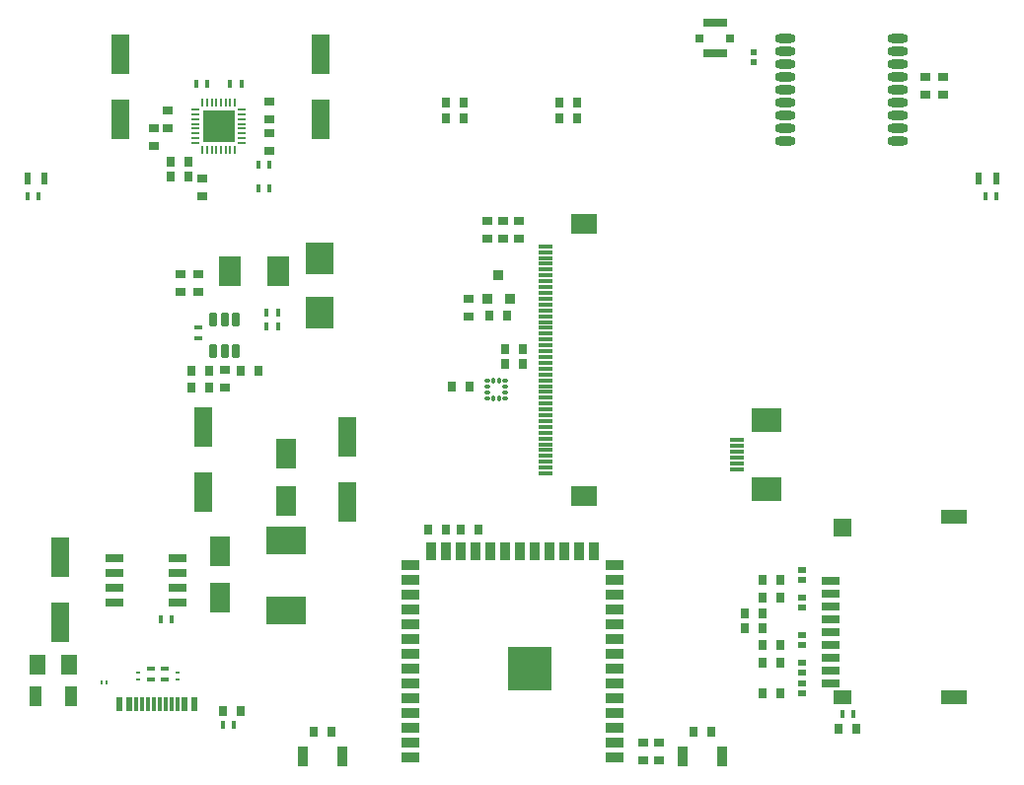
<source format=gtp>
G04*
G04 #@! TF.GenerationSoftware,Altium Limited,Altium Designer,23.6.0 (18)*
G04*
G04 Layer_Color=8421504*
%FSLAX25Y25*%
%MOIN*%
G70*
G04*
G04 #@! TF.SameCoordinates,B1711246-A666-457E-9349-3D56B44E1F9A*
G04*
G04*
G04 #@! TF.FilePolarity,Positive*
G04*
G01*
G75*
%ADD34R,0.00906X0.01221*%
%ADD35R,0.04173X0.07165*%
%ADD36R,0.04921X0.01181*%
%ADD37R,0.09843X0.07874*%
%ADD38O,0.07087X0.03150*%
%ADD39R,0.02362X0.02126*%
%ADD40R,0.00787X0.03150*%
%ADD41R,0.03150X0.00787*%
%ADD42R,0.10630X0.10630*%
G04:AMPARAMS|DCode=43|XSize=17.72mil|YSize=13.78mil|CornerRadius=2.07mil|HoleSize=0mil|Usage=FLASHONLY|Rotation=0.000|XOffset=0mil|YOffset=0mil|HoleType=Round|Shape=RoundedRectangle|*
%AMROUNDEDRECTD43*
21,1,0.01772,0.00965,0,0,0.0*
21,1,0.01358,0.01378,0,0,0.0*
1,1,0.00413,0.00679,-0.00482*
1,1,0.00413,-0.00679,-0.00482*
1,1,0.00413,-0.00679,0.00482*
1,1,0.00413,0.00679,0.00482*
%
%ADD43ROUNDEDRECTD43*%
G04:AMPARAMS|DCode=44|XSize=17.72mil|YSize=13.78mil|CornerRadius=2.07mil|HoleSize=0mil|Usage=FLASHONLY|Rotation=90.000|XOffset=0mil|YOffset=0mil|HoleType=Round|Shape=RoundedRectangle|*
%AMROUNDEDRECTD44*
21,1,0.01772,0.00965,0,0,90.0*
21,1,0.01358,0.01378,0,0,90.0*
1,1,0.00413,0.00482,0.00679*
1,1,0.00413,0.00482,-0.00679*
1,1,0.00413,-0.00482,-0.00679*
1,1,0.00413,-0.00482,0.00679*
%
%ADD44ROUNDEDRECTD44*%
%ADD45R,0.01800X0.02500*%
%ADD46R,0.06299X0.13780*%
%ADD47R,0.03500X0.03000*%
%ADD48R,0.13780X0.09252*%
%ADD49R,0.03000X0.03500*%
%ADD50R,0.03228X0.03622*%
%ADD51R,0.05512X0.07165*%
%ADD52R,0.07874X0.03150*%
%ADD53R,0.03150X0.03150*%
%ADD54R,0.03150X0.03150*%
%ADD55R,0.06693X0.09843*%
%ADD56R,0.05906X0.02559*%
%ADD57R,0.01457X0.01063*%
%ADD58R,0.02500X0.01800*%
%ADD59R,0.01181X0.04724*%
%ADD60R,0.02362X0.04724*%
%ADD61R,0.14567X0.14567*%
%ADD62R,0.05906X0.03543*%
%ADD63R,0.03543X0.05906*%
%ADD64R,0.03228X0.06772*%
%ADD65R,0.02598X0.02165*%
%ADD66R,0.05906X0.06299*%
%ADD67R,0.06299X0.02756*%
%ADD68R,0.05906X0.04724*%
%ADD69R,0.08661X0.04724*%
G04:AMPARAMS|DCode=70|XSize=47.24mil|YSize=23.62mil|CornerRadius=2.95mil|HoleSize=0mil|Usage=FLASHONLY|Rotation=270.000|XOffset=0mil|YOffset=0mil|HoleType=Round|Shape=RoundedRectangle|*
%AMROUNDEDRECTD70*
21,1,0.04724,0.01772,0,0,270.0*
21,1,0.04134,0.02362,0,0,270.0*
1,1,0.00591,-0.00886,-0.02067*
1,1,0.00591,-0.00886,0.02067*
1,1,0.00591,0.00886,0.02067*
1,1,0.00591,0.00886,-0.02067*
%
%ADD70ROUNDEDRECTD70*%
%ADD71R,0.07480X0.10236*%
%ADD72R,0.09449X0.11024*%
%ADD73R,0.01968X0.03937*%
%ADD74R,0.08661X0.07087*%
%ADD75R,0.05118X0.01181*%
D34*
X28777Y30687D02*
D03*
X30352D02*
D03*
D35*
X18416Y26200D02*
D03*
X6384D02*
D03*
D36*
X243228Y102787D02*
D03*
Y104755D02*
D03*
Y106725D02*
D03*
Y108693D02*
D03*
Y110661D02*
D03*
Y112629D02*
D03*
D37*
X253366Y96134D02*
D03*
Y119283D02*
D03*
D38*
X259800Y213882D02*
D03*
Y218212D02*
D03*
Y222543D02*
D03*
Y226874D02*
D03*
Y231204D02*
D03*
Y235535D02*
D03*
Y239866D02*
D03*
Y244197D02*
D03*
Y248527D02*
D03*
X297685D02*
D03*
Y244197D02*
D03*
Y239866D02*
D03*
Y235535D02*
D03*
Y231204D02*
D03*
Y226874D02*
D03*
Y222543D02*
D03*
Y218212D02*
D03*
Y213882D02*
D03*
D39*
X249200Y240295D02*
D03*
Y243696D02*
D03*
D40*
X73774Y226654D02*
D03*
X72199D02*
D03*
X70624D02*
D03*
X69050D02*
D03*
X62750D02*
D03*
X67475D02*
D03*
X65900D02*
D03*
X64325D02*
D03*
X62750Y210906D02*
D03*
X64325D02*
D03*
X65900D02*
D03*
X67475D02*
D03*
X69050D02*
D03*
X70624D02*
D03*
X72199D02*
D03*
X73774D02*
D03*
D41*
X60388Y213268D02*
D03*
Y214843D02*
D03*
Y216418D02*
D03*
Y217993D02*
D03*
Y224292D02*
D03*
Y222717D02*
D03*
Y221143D02*
D03*
Y219568D02*
D03*
X76136Y213268D02*
D03*
Y214843D02*
D03*
Y216418D02*
D03*
Y217993D02*
D03*
Y224292D02*
D03*
Y222717D02*
D03*
Y221143D02*
D03*
Y219568D02*
D03*
D42*
X68262Y218780D02*
D03*
D43*
X159162Y130786D02*
D03*
Y128818D02*
D03*
Y132755D02*
D03*
Y126849D02*
D03*
X165186Y132755D02*
D03*
Y130786D02*
D03*
Y128818D02*
D03*
Y126849D02*
D03*
D44*
X161190Y132814D02*
D03*
X163158D02*
D03*
Y126790D02*
D03*
X161131D02*
D03*
D45*
X81700Y197732D02*
D03*
X85400D02*
D03*
X52250Y52200D02*
D03*
X48550D02*
D03*
X73500Y16385D02*
D03*
X69800D02*
D03*
X278930Y20100D02*
D03*
X282630D02*
D03*
X85400Y205632D02*
D03*
X81700D02*
D03*
X60625Y233036D02*
D03*
X64325D02*
D03*
X75899D02*
D03*
X72199D02*
D03*
X88236Y155883D02*
D03*
X84536D02*
D03*
X88236Y151158D02*
D03*
X84536D02*
D03*
X327353Y195000D02*
D03*
X331053D02*
D03*
X3594D02*
D03*
X7294D02*
D03*
D46*
X35100Y243190D02*
D03*
Y221143D02*
D03*
X14700Y50976D02*
D03*
Y73024D02*
D03*
X111800Y113924D02*
D03*
Y91876D02*
D03*
X102600Y243190D02*
D03*
Y221143D02*
D03*
X63100Y117144D02*
D03*
Y95097D02*
D03*
D47*
X164300Y180900D02*
D03*
Y186900D02*
D03*
X158900Y180900D02*
D03*
Y186900D02*
D03*
X152600Y160469D02*
D03*
Y154469D02*
D03*
X169750Y186900D02*
D03*
Y180900D02*
D03*
X312900Y235535D02*
D03*
Y229535D02*
D03*
X307100Y235535D02*
D03*
Y229535D02*
D03*
X217100Y10321D02*
D03*
Y4321D02*
D03*
X211700Y10321D02*
D03*
Y4321D02*
D03*
X85400Y227143D02*
D03*
Y221143D02*
D03*
X62750Y195032D02*
D03*
Y201032D02*
D03*
X85400Y216418D02*
D03*
Y210418D02*
D03*
X46300Y218000D02*
D03*
Y212000D02*
D03*
X51200Y218000D02*
D03*
Y224000D02*
D03*
X70240Y136521D02*
D03*
Y130520D02*
D03*
X61300Y162718D02*
D03*
Y168718D02*
D03*
X55250Y162718D02*
D03*
Y168718D02*
D03*
D48*
X90900Y78900D02*
D03*
Y55081D02*
D03*
D49*
X257900Y37507D02*
D03*
X251900D02*
D03*
X257900Y27079D02*
D03*
X251900D02*
D03*
X257900Y43417D02*
D03*
X251900D02*
D03*
X257900Y65465D02*
D03*
X251900D02*
D03*
X257900Y59556D02*
D03*
X251900D02*
D03*
X159800Y154886D02*
D03*
X165800D02*
D03*
X69800Y21106D02*
D03*
X75800D02*
D03*
X234600Y14220D02*
D03*
X228600D02*
D03*
X100361D02*
D03*
X106361D02*
D03*
X155961Y82320D02*
D03*
X149961D02*
D03*
X138961D02*
D03*
X144961D02*
D03*
X283780Y15100D02*
D03*
X277780D02*
D03*
X251900Y49031D02*
D03*
X245900D02*
D03*
X251900Y54131D02*
D03*
X245900D02*
D03*
X145104Y226688D02*
D03*
X151104D02*
D03*
X145104Y221388D02*
D03*
X151104D02*
D03*
X183212Y221369D02*
D03*
X189212D02*
D03*
X183212Y226669D02*
D03*
X189212D02*
D03*
X51900Y201732D02*
D03*
X57900D02*
D03*
X51900Y206732D02*
D03*
X57900D02*
D03*
X64900Y130520D02*
D03*
X58900D02*
D03*
X81600Y136000D02*
D03*
X75600D02*
D03*
X58900Y136021D02*
D03*
X64900D02*
D03*
X165186Y143600D02*
D03*
X171186D02*
D03*
X165186Y138586D02*
D03*
X171186D02*
D03*
X147070Y130786D02*
D03*
X153070D02*
D03*
D50*
X166540Y160469D02*
D03*
X159060D02*
D03*
X162800Y168343D02*
D03*
D51*
X7046Y36800D02*
D03*
X17754D02*
D03*
D52*
X235882Y253644D02*
D03*
Y243408D02*
D03*
D53*
X230764Y248526D02*
D03*
D54*
X241000Y248527D02*
D03*
D55*
X68600Y75274D02*
D03*
Y59526D02*
D03*
X90900Y107948D02*
D03*
Y92200D02*
D03*
D56*
X54330Y57766D02*
D03*
Y62766D02*
D03*
Y67766D02*
D03*
Y72766D02*
D03*
X33070D02*
D03*
Y67766D02*
D03*
Y62766D02*
D03*
Y57766D02*
D03*
D57*
X41080Y31800D02*
D03*
Y33965D02*
D03*
X54269Y31800D02*
D03*
Y33965D02*
D03*
D58*
X45472Y31850D02*
D03*
Y35550D02*
D03*
X50000Y31850D02*
D03*
Y35550D02*
D03*
X61300Y150850D02*
D03*
Y147150D02*
D03*
D59*
X40490Y23350D02*
D03*
X42458D02*
D03*
X44427D02*
D03*
X46395D02*
D03*
X54269D02*
D03*
X52301D02*
D03*
X50332D02*
D03*
X48364D02*
D03*
D60*
X34781D02*
D03*
X59978D02*
D03*
X37931D02*
D03*
X56828D02*
D03*
D61*
X173386Y35320D02*
D03*
D62*
X133032Y70320D02*
D03*
X201929Y5320D02*
D03*
Y10321D02*
D03*
Y15321D02*
D03*
Y20321D02*
D03*
Y25321D02*
D03*
Y30321D02*
D03*
Y35320D02*
D03*
Y40321D02*
D03*
Y45320D02*
D03*
Y50321D02*
D03*
Y55321D02*
D03*
Y60321D02*
D03*
Y65320D02*
D03*
Y70320D02*
D03*
X133032Y65320D02*
D03*
Y60321D02*
D03*
Y55321D02*
D03*
Y50321D02*
D03*
Y45320D02*
D03*
Y40321D02*
D03*
Y35320D02*
D03*
Y30321D02*
D03*
Y25321D02*
D03*
Y20321D02*
D03*
Y15321D02*
D03*
Y10321D02*
D03*
Y5320D02*
D03*
D63*
X194961Y75242D02*
D03*
X189961D02*
D03*
X184961D02*
D03*
X179961D02*
D03*
X174961D02*
D03*
X169961D02*
D03*
X164961D02*
D03*
X159961D02*
D03*
X154961D02*
D03*
X149961D02*
D03*
X144961D02*
D03*
X139961D02*
D03*
D64*
X224907Y5821D02*
D03*
X238293D02*
D03*
X110054D02*
D03*
X96668D02*
D03*
D65*
X265528Y34161D02*
D03*
Y37507D02*
D03*
Y46764D02*
D03*
Y43417D02*
D03*
Y30425D02*
D03*
Y27079D02*
D03*
Y56209D02*
D03*
Y59556D02*
D03*
Y68811D02*
D03*
Y65465D02*
D03*
D66*
X278930Y83181D02*
D03*
D67*
X274993Y34756D02*
D03*
Y39087D02*
D03*
Y43417D02*
D03*
Y47748D02*
D03*
Y52079D02*
D03*
Y56410D02*
D03*
Y60740D02*
D03*
Y65071D02*
D03*
Y30425D02*
D03*
D68*
X278930Y25701D02*
D03*
D69*
X316725Y86724D02*
D03*
Y25701D02*
D03*
D70*
X73980Y142891D02*
D03*
X70240D02*
D03*
X66500D02*
D03*
Y153521D02*
D03*
X70240D02*
D03*
X73980D02*
D03*
D71*
X72095Y169921D02*
D03*
X88236D02*
D03*
D72*
X102500Y173993D02*
D03*
Y155883D02*
D03*
D73*
X325147Y201200D02*
D03*
X331053D02*
D03*
X9500D02*
D03*
X3594D02*
D03*
D74*
X191598Y185666D02*
D03*
Y93934D02*
D03*
D75*
X178802Y178186D02*
D03*
Y176217D02*
D03*
Y174249D02*
D03*
Y172280D02*
D03*
Y170312D02*
D03*
Y168343D02*
D03*
Y166375D02*
D03*
Y164406D02*
D03*
Y162438D02*
D03*
Y160469D02*
D03*
Y158501D02*
D03*
Y156532D02*
D03*
Y154564D02*
D03*
Y152595D02*
D03*
Y150627D02*
D03*
Y148658D02*
D03*
Y146690D02*
D03*
Y144721D02*
D03*
Y142753D02*
D03*
Y140784D02*
D03*
Y138816D02*
D03*
Y136847D02*
D03*
Y134879D02*
D03*
Y132910D02*
D03*
Y130942D02*
D03*
Y128973D02*
D03*
Y127005D02*
D03*
Y125036D02*
D03*
Y123068D02*
D03*
Y121099D02*
D03*
Y119131D02*
D03*
Y117162D02*
D03*
Y115194D02*
D03*
Y113225D02*
D03*
Y111257D02*
D03*
Y109288D02*
D03*
Y107320D02*
D03*
Y105351D02*
D03*
Y103383D02*
D03*
Y101414D02*
D03*
M02*

</source>
